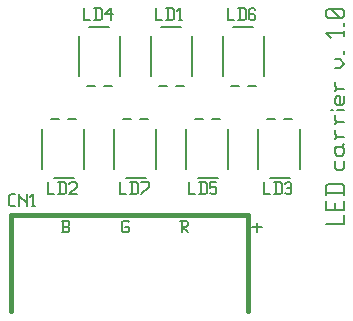
<source format=gbr>
G04 start of page 8 for group -4079 idx -4079 *
G04 Title: LED carrier v. 0.1, topsilk *
G04 Creator: pcb 1.99x *
G04 CreationDate: Sat Jul 25 11:21:37 2009 UTC *
G04 For: davidellsworth *
G04 Format: Gerber/RS-274X *
G04 PCB-Dimensions: 120000 122000 *
G04 PCB-Coordinate-Origin: lower left *
%MOIN*%
%FSLAX24Y24*%
%LNFRONTSILK*%
%ADD16C,0.0150*%
%ADD30C,0.0070*%
G54D30*X11051Y3000D02*X11655D01*
Y3302D02*Y3000D01*
X11353Y3709D02*Y3483D01*
X11655Y3785D02*Y3483D01*
X11051D02*X11655D01*
X11051Y3785D02*Y3483D01*
Y4042D02*X11655D01*
X11051Y4268D02*X11126Y4344D01*
X11579D01*
X11655Y4268D02*X11579Y4344D01*
X11655Y4268D02*Y3966D01*
X11051Y4268D02*Y3966D01*
X11353Y5099D02*Y4872D01*
X11428Y4797D02*X11353Y4872D01*
X11428Y4797D02*X11579D01*
X11655Y4872D01*
Y5099D02*Y4872D01*
X11353Y5507D02*X11428Y5582D01*
X11353Y5507D02*Y5356D01*
X11428Y5280D02*X11353Y5356D01*
X11428Y5280D02*X11579D01*
X11655Y5356D01*
X11353Y5582D02*X11579D01*
X11655Y5658D01*
Y5507D02*Y5356D01*
Y5507D02*X11579Y5582D01*
X11428Y5915D02*X11655D01*
X11428D02*X11353Y5990D01*
Y6141D02*Y5990D01*
Y5839D02*X11428Y5915D01*
Y6398D02*X11655D01*
X11428D02*X11353Y6473D01*
Y6624D02*Y6473D01*
Y6322D02*X11428Y6398D01*
X11202Y6806D02*X11277D01*
X11428D02*X11655D01*
Y7259D02*Y7032D01*
X11579Y6957D02*X11655Y7032D01*
X11428Y6957D02*X11579D01*
X11428D02*X11353Y7032D01*
Y7183D02*Y7032D01*
Y7183D02*X11428Y7259D01*
X11504D02*Y6957D01*
X11428Y7259D02*X11504D01*
X11428Y7516D02*X11655D01*
X11428D02*X11353Y7591D01*
Y7742D02*Y7591D01*
Y7440D02*X11428Y7516D01*
X11353Y8195D02*X11504D01*
X11655Y8346D01*
X11504Y8497D01*
X11353D02*X11504D01*
X11655Y8754D02*Y8679D01*
Y9434D02*Y9283D01*
X11051Y9358D02*X11655D01*
X11202Y9207D02*X11051Y9358D01*
X11655Y9691D02*Y9615D01*
X11579Y9872D02*X11655Y9948D01*
X11126Y9872D02*X11579D01*
X11126D02*X11051Y9948D01*
Y10099D02*Y9948D01*
Y10099D02*X11126Y10174D01*
X11579D01*
X11655Y10099D02*X11579Y10174D01*
X11655Y10099D02*Y9948D01*
X11504Y9872D02*X11202Y10174D01*
X8600Y2897D02*X8902D01*
X8751Y3048D02*Y2746D01*
X6200Y3104D02*X6392D01*
X6440Y3056D01*
Y2960D01*
X6392Y2912D02*X6440Y2960D01*
X6248Y2912D02*X6392D01*
X6248Y3104D02*Y2720D01*
Y2912D02*X6440Y2720D01*
X4442Y3104D02*X4490Y3056D01*
X4298Y3104D02*X4442D01*
X4250Y3056D02*X4298Y3104D01*
X4250Y3056D02*Y2768D01*
X4298Y2720D01*
X4442D01*
X4490Y2768D01*
Y2864D02*Y2768D01*
X4442Y2912D02*X4490Y2864D01*
X4346Y2912D02*X4442D01*
X2250Y2720D02*X2442D01*
X2490Y2768D01*
Y2864D02*Y2768D01*
X2442Y2912D02*X2490Y2864D01*
X2298Y2912D02*X2442D01*
X2298Y3104D02*Y2720D01*
X2250Y3104D02*X2442D01*
X2490Y3056D01*
Y2960D01*
X2442Y2912D02*X2490Y2960D01*
G54D16*X550Y100D02*Y3300D01*
X600D02*X8450D01*
Y100D01*
G54D30*X1970Y4530D02*X2640D01*
X2460Y6510D02*X2730D01*
X1870D02*X2140D01*
X1600Y6170D02*Y4820D01*
X2990Y6170D02*Y4820D01*
X5560Y9570D02*X6230D01*
X5470Y7590D02*X5740D01*
X6060D02*X6330D01*
X6600Y9280D02*Y7930D01*
X5210Y9280D02*Y7930D01*
X6770Y4530D02*X7440D01*
X7260Y6510D02*X7530D01*
X6670D02*X6940D01*
X6400Y6170D02*Y4820D01*
X7790Y6170D02*Y4820D01*
X4370Y4530D02*X5040D01*
X4860Y6510D02*X5130D01*
X4270D02*X4540D01*
X4000Y6170D02*Y4820D01*
X5390Y6170D02*Y4820D01*
X9170Y4530D02*X9840D01*
X9660Y6510D02*X9930D01*
X9070D02*X9340D01*
X8800Y6170D02*Y4820D01*
X10190Y6170D02*Y4820D01*
X3160Y9570D02*X3830D01*
X3070Y7590D02*X3340D01*
X3660D02*X3930D01*
X4200Y9280D02*Y7930D01*
X2810Y9280D02*Y7930D01*
X7960Y9570D02*X8630D01*
X7870Y7590D02*X8140D01*
X8460D02*X8730D01*
X9000Y9280D02*Y7930D01*
X7610Y9280D02*Y7930D01*
X550Y3600D02*X700D01*
X500Y3650D02*X550Y3600D01*
X500Y3950D02*Y3650D01*
Y3950D02*X550Y4000D01*
X700D01*
X820D02*Y3600D01*
Y4000D02*Y3950D01*
X1070Y3700D01*
Y4000D02*Y3600D01*
X1240D02*X1340D01*
X1290Y4000D02*Y3600D01*
X1190Y3900D02*X1290Y4000D01*
X4200Y4400D02*Y4000D01*
X4400D01*
X4570Y4400D02*Y4000D01*
X4720Y4400D02*X4770Y4350D01*
Y4050D01*
X4720Y4000D02*X4770Y4050D01*
X4520Y4000D02*X4720D01*
X4520Y4400D02*X4720D01*
X4890Y4000D02*X5140Y4250D01*
Y4400D02*Y4250D01*
X4890Y4400D02*X5140D01*
X1800D02*Y4000D01*
X2000D01*
X2170Y4400D02*Y4000D01*
X2320Y4400D02*X2370Y4350D01*
Y4050D01*
X2320Y4000D02*X2370Y4050D01*
X2120Y4000D02*X2320D01*
X2120Y4400D02*X2320D01*
X2490Y4350D02*X2540Y4400D01*
X2690D01*
X2740Y4350D01*
Y4250D01*
X2490Y4000D02*X2740Y4250D01*
X2490Y4000D02*X2740D01*
X3000Y10200D02*Y9800D01*
X3200D01*
X3370Y10200D02*Y9800D01*
X3520Y10200D02*X3570Y10150D01*
Y9850D01*
X3520Y9800D02*X3570Y9850D01*
X3320Y9800D02*X3520D01*
X3320Y10200D02*X3520D01*
X3690Y10000D02*X3890Y10200D01*
X3690Y10000D02*X3940D01*
X3890Y10200D02*Y9800D01*
X5400Y10200D02*Y9800D01*
X5600D01*
X5770Y10200D02*Y9800D01*
X5920Y10200D02*X5970Y10150D01*
Y9850D01*
X5920Y9800D02*X5970Y9850D01*
X5720Y9800D02*X5920D01*
X5720Y10200D02*X5920D01*
X6140Y9800D02*X6240D01*
X6190Y10200D02*Y9800D01*
X6090Y10100D02*X6190Y10200D01*
X6500Y4400D02*Y4000D01*
X6700D01*
X6870Y4400D02*Y4000D01*
X7020Y4400D02*X7070Y4350D01*
Y4050D01*
X7020Y4000D02*X7070Y4050D01*
X6820Y4000D02*X7020D01*
X6820Y4400D02*X7020D01*
X7190D02*X7390D01*
X7190D02*Y4200D01*
X7240Y4250D01*
X7340D01*
X7390Y4200D01*
Y4050D01*
X7340Y4000D02*X7390Y4050D01*
X7240Y4000D02*X7340D01*
X7190Y4050D02*X7240Y4000D01*
X9000Y4400D02*Y4000D01*
X9200D01*
X9370Y4400D02*Y4000D01*
X9520Y4400D02*X9570Y4350D01*
Y4050D01*
X9520Y4000D02*X9570Y4050D01*
X9320Y4000D02*X9520D01*
X9320Y4400D02*X9520D01*
X9690Y4350D02*X9740Y4400D01*
X9840D01*
X9890Y4350D01*
Y4050D01*
X9840Y4000D02*X9890Y4050D01*
X9740Y4000D02*X9840D01*
X9690Y4050D02*X9740Y4000D01*
Y4200D02*X9890D01*
X7800Y10200D02*Y9800D01*
X8000D01*
X8170Y10200D02*Y9800D01*
X8320Y10200D02*X8370Y10150D01*
Y9850D01*
X8320Y9800D02*X8370Y9850D01*
X8120Y9800D02*X8320D01*
X8120Y10200D02*X8320D01*
X8640D02*X8690Y10150D01*
X8540Y10200D02*X8640D01*
X8490Y10150D02*X8540Y10200D01*
X8490Y10150D02*Y9850D01*
X8540Y9800D01*
X8640Y10000D02*X8690Y9950D01*
X8490Y10000D02*X8640D01*
X8540Y9800D02*X8640D01*
X8690Y9850D01*
Y9950D02*Y9850D01*
M02*

</source>
